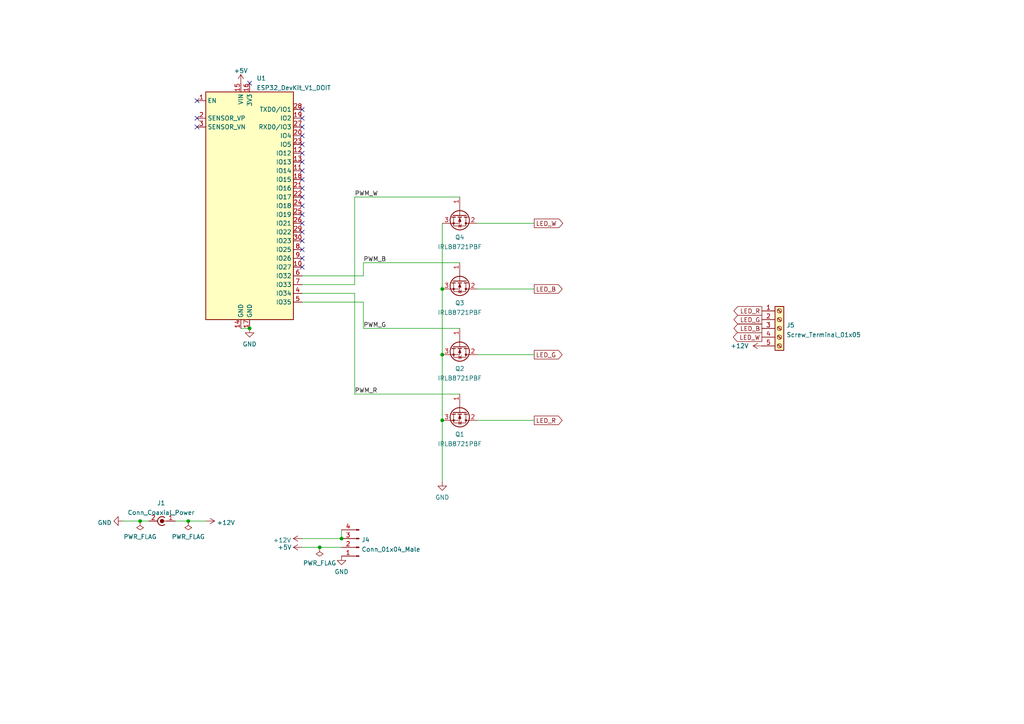
<source format=kicad_sch>
(kicad_sch (version 20211123) (generator eeschema)
  (paper "A4")
  (lib_symbols
    (symbol "Connector:Conn_01x04_Male" (pin_names (offset 1.016) hide)
      (property "Reference" "J" (at 0 5.08 0))
      (property "Value" "Conn_01x04_Male" (at 0 -7.62 0))
      (symbol "Conn_01x04_Male_1_1"
        (polyline (pts (xy 1.27 -5.08) (xy 0.8636 -5.08)) (stroke (width 0.1524)))
        (polyline (pts (xy 1.27 -2.54) (xy 0.8636 -2.54)) (stroke (width 0.1524)))
        (polyline (pts (xy 1.27 0) (xy 0.8636 0)) (stroke (width 0.1524)))
        (polyline (pts (xy 1.27 2.54) (xy 0.8636 2.54)) (stroke (width 0.1524)))
        (rectangle (start 0.8636 -4.953) (end 0 -5.207) (stroke (width 0.1524)) (fill (type outline)))
        (rectangle (start 0.8636 -2.413) (end 0 -2.667) (stroke (width 0.1524)) (fill (type outline)))
        (rectangle (start 0.8636 0.127) (end 0 -0.127) (stroke (width 0.1524)) (fill (type outline)))
        (rectangle (start 0.8636 2.667) (end 0 2.413) (stroke (width 0.1524)) (fill (type outline)))
        (pin passive line (at 5.08 2.54 180) (length 3.81) (name "Pin_1") (number "1"))
        (pin passive line (at 5.08 0 180) (length 3.81) (name "Pin_2") (number "2"))
        (pin passive line (at 5.08 -2.54 180) (length 3.81) (name "Pin_3") (number "3"))
        (pin passive line (at 5.08 -5.08 180) (length 3.81) (name "Pin_4") (number "4"))
      )
    )
    (symbol "Connector:Conn_Coaxial_Power" (pin_names (offset 1.016) hide)
      (property "Reference" "J" (at -5.08 -1.27 90))
      (property "Value" "Conn_Coaxial_Power" (at -3.175 -1.27 90))
      (symbol "Conn_Coaxial_Power_0_1"
        (arc (start -1.27 -1.27) (mid 0 -2.54) (end 1.27 -1.27) (stroke (width 0.254)))
        (arc (start -1.016 -0.508) (mid -1.2048 -0.8684) (end -1.27 -1.27) (stroke (width 0.254)))
        (circle (center 0 -1.27) (radius 0.508) (stroke (width 0.2032)) (fill (type outline)))
        (polyline (pts (xy 0 -2.54) (xy 0 -3.048)))
        (polyline (pts (xy 0 0) (xy 0 -1.27)))
        (arc (start 1.27 -1.27) (mid 1.2048 -0.8684) (end 1.016 -0.508) (stroke (width 0.254)))
      )
      (symbol "Conn_Coaxial_Power_1_1"
        (pin passive line (at 0 2.54 270) (length 2.54) (name "In") (number "1"))
        (pin passive line (at 0 -5.08 90) (length 2.54) (name "Ext") (number "2"))
      )
    )
    (symbol "Connector:Screw_Terminal_01x05" (pin_names (offset 1.016) hide)
      (property "Reference" "J" (at 0 7.62 0))
      (property "Value" "Screw_Terminal_01x05" (at 0 -7.62 0))
      (symbol "Screw_Terminal_01x05_1_1"
        (rectangle (start -1.27 6.35) (end 1.27 -6.35) (stroke (width 0.254)) (fill (type background)))
        (circle (center 0 -5.08) (radius 0.635) (stroke (width 0.1524)))
        (circle (center 0 -2.54) (radius 0.635) (stroke (width 0.1524)))
        (polyline (pts (xy -0.5334 -4.7498) (xy 0.3302 -5.588)) (stroke (width 0.1524)))
        (polyline (pts (xy -0.5334 -2.2098) (xy 0.3302 -3.048)) (stroke (width 0.1524)))
        (polyline (pts (xy -0.5334 0.3302) (xy 0.3302 -0.508)) (stroke (width 0.1524)))
        (polyline (pts (xy -0.5334 2.8702) (xy 0.3302 2.032)) (stroke (width 0.1524)))
        (polyline (pts (xy -0.5334 5.4102) (xy 0.3302 4.572)) (stroke (width 0.1524)))
        (polyline (pts (xy -0.3556 -4.572) (xy 0.508 -5.4102)) (stroke (width 0.1524)))
        (polyline (pts (xy -0.3556 -2.032) (xy 0.508 -2.8702)) (stroke (width 0.1524)))
        (polyline (pts (xy -0.3556 0.508) (xy 0.508 -0.3302)) (stroke (width 0.1524)))
        (polyline (pts (xy -0.3556 3.048) (xy 0.508 2.2098)) (stroke (width 0.1524)))
        (polyline (pts (xy -0.3556 5.588) (xy 0.508 4.7498)) (stroke (width 0.1524)))
        (circle (center 0 0) (radius 0.635) (stroke (width 0.1524)))
        (circle (center 0 2.54) (radius 0.635) (stroke (width 0.1524)))
        (circle (center 0 5.08) (radius 0.635) (stroke (width 0.1524)))
        (pin passive line (at -5.08 5.08 0) (length 3.81) (name "Pin_1") (number "1"))
        (pin passive line (at -5.08 2.54 0) (length 3.81) (name "Pin_2") (number "2"))
        (pin passive line (at -5.08 0 0) (length 3.81) (name "Pin_3") (number "3"))
        (pin passive line (at -5.08 -2.54 0) (length 3.81) (name "Pin_4") (number "4"))
        (pin passive line (at -5.08 -5.08 0) (length 3.81) (name "Pin_5") (number "5"))
      )
    )
    (symbol "ESP32_DevKit_V1_DOIT:ESP32_DevKit_V1_DOIT"
      (property "Reference" "U" (at -11.43 34.29 0))
      (property "Value" "ESP32_DevKit_V1_DOIT" (at 11.43 34.29 0))
      (symbol "ESP32_DevKit_V1_DOIT_1_1"
        (rectangle (start -12.7 33.02) (end 12.7 -33.02) (stroke (width 0.254)) (fill (type background)))
        (pin input line (at -15.24 30.48 0) (length 2.54) (name "EN") (number "1"))
        (pin bidirectional line (at 15.24 -17.78 180) (length 2.54) (name "IO27") (number "10"))
        (pin bidirectional line (at 15.24 10.16 180) (length 2.54) (name "IO14") (number "11"))
        (pin bidirectional line (at 15.24 15.24 180) (length 2.54) (name "IO12") (number "12"))
        (pin bidirectional line (at 15.24 12.7 180) (length 2.54) (name "IO13") (number "13"))
        (pin power_in line (at -2.54 -35.56 90) (length 2.54) (name "GND") (number "14"))
        (pin power_in line (at -2.54 35.56 270) (length 2.54) (name "VIN") (number "15"))
        (pin power_in line (at 0 35.56 270) (length 2.54) (name "3V3") (number "16"))
        (pin power_in line (at 0 -35.56 90) (length 2.54) (name "GND") (number "17"))
        (pin bidirectional line (at 15.24 7.62 180) (length 2.54) (name "IO15") (number "18"))
        (pin bidirectional line (at 15.24 25.4 180) (length 2.54) (name "IO2") (number "19"))
        (pin input line (at -15.24 25.4 0) (length 2.54) (name "SENSOR_VP") (number "2"))
        (pin bidirectional line (at 15.24 20.32 180) (length 2.54) (name "IO4") (number "20"))
        (pin bidirectional line (at 15.24 5.08 180) (length 2.54) (name "IO16") (number "21"))
        (pin bidirectional line (at 15.24 2.54 180) (length 2.54) (name "IO17") (number "22"))
        (pin bidirectional line (at 15.24 17.78 180) (length 2.54) (name "IO5") (number "23"))
        (pin bidirectional line (at 15.24 0 180) (length 2.54) (name "IO18") (number "24"))
        (pin bidirectional line (at 15.24 -2.54 180) (length 2.54) (name "IO19") (number "25"))
        (pin bidirectional line (at 15.24 -5.08 180) (length 2.54) (name "IO21") (number "26"))
        (pin bidirectional line (at 15.24 22.86 180) (length 2.54) (name "RXD0/IO3") (number "27"))
        (pin bidirectional line (at 15.24 27.94 180) (length 2.54) (name "TXD0/IO1") (number "28"))
        (pin bidirectional line (at 15.24 -7.62 180) (length 2.54) (name "IO22") (number "29"))
        (pin input line (at -15.24 22.86 0) (length 2.54) (name "SENSOR_VN") (number "3"))
        (pin bidirectional line (at 15.24 -10.16 180) (length 2.54) (name "IO23") (number "30"))
        (pin bidirectional line (at 15.24 -25.4 180) (length 2.54) (name "IO34") (number "4"))
        (pin bidirectional line (at 15.24 -27.94 180) (length 2.54) (name "IO35") (number "5"))
        (pin bidirectional line (at 15.24 -20.32 180) (length 2.54) (name "IO32") (number "6"))
        (pin bidirectional line (at 15.24 -22.86 180) (length 2.54) (name "IO33") (number "7"))
        (pin bidirectional line (at 15.24 -12.7 180) (length 2.54) (name "IO25") (number "8"))
        (pin bidirectional line (at 15.24 -15.24 180) (length 2.54) (name "IO26") (number "9"))
      )
    )
    (symbol "Transistor_FET:IRLB8721PBF" (pin_names hide)
      (property "Reference" "Q" (at 6.35 1.905 0))
      (property "Value" "IRLB8721PBF" (at 6.35 0 0))
      (symbol "IRLB8721PBF_0_1"
        (polyline (pts (xy 0.254 0) (xy -2.54 0)))
        (polyline (pts (xy 0.254 1.905) (xy 0.254 -1.905)) (stroke (width 0.254)))
        (polyline (pts (xy 0.762 -1.27) (xy 0.762 -2.286)) (stroke (width 0.254)))
        (polyline (pts (xy 0.762 0.508) (xy 0.762 -0.508)) (stroke (width 0.254)))
        (polyline (pts (xy 0.762 2.286) (xy 0.762 1.27)) (stroke (width 0.254)))
        (polyline (pts (xy 2.54 2.54) (xy 2.54 1.778)))
        (polyline (pts (xy 2.54 -2.54) (xy 2.54 0) (xy 0.762 0)))
        (polyline (pts (xy 0.762 -1.778) (xy 3.302 -1.778) (xy 3.302 1.778) (xy 0.762 1.778)))
        (polyline (pts (xy 1.016 0) (xy 2.032 0.381) (xy 2.032 -0.381) (xy 1.016 0)) (fill (type outline)))
        (polyline (pts (xy 2.794 0.508) (xy 2.921 0.381) (xy 3.683 0.381) (xy 3.81 0.254)))
        (polyline (pts (xy 3.302 0.381) (xy 2.921 -0.254) (xy 3.683 -0.254) (xy 3.302 0.381)))
        (circle (center 1.651 0) (radius 2.794) (stroke (width 0.254)))
        (circle (center 2.54 -1.778) (radius 0.254) (fill (type outline)))
        (circle (center 2.54 1.778) (radius 0.254) (fill (type outline)))
      )
      (symbol "IRLB8721PBF_1_1"
        (pin input line (at -5.08 0 0) (length 2.54) (name "G") (number "1"))
        (pin passive line (at 2.54 5.08 270) (length 2.54) (name "D") (number "2"))
        (pin passive line (at 2.54 -5.08 90) (length 2.54) (name "S") (number "3"))
      )
    )
    (symbol "power:+12V" (power) (pin_names (offset 0))
      (property "Value" "+12V" (at 0 3.556 0))
      (symbol "+12V_0_1"
        (polyline (pts (xy -0.762 1.27) (xy 0 2.54)))
        (polyline (pts (xy 0 0) (xy 0 2.54)))
        (polyline (pts (xy 0 2.54) (xy 0.762 1.27)))
      )
      (symbol "+12V_1_1"
        (pin power_in line (at 0 0 90) (length 0) hide (name "+12V") (number "1"))
      )
    )
    (symbol "power:+5V" (power) (pin_names (offset 0))
      (property "Value" "+5V" (at 0 3.556 0))
      (symbol "+5V_0_1"
        (polyline (pts (xy -0.762 1.27) (xy 0 2.54)))
        (polyline (pts (xy 0 0) (xy 0 2.54)))
        (polyline (pts (xy 0 2.54) (xy 0.762 1.27)))
      )
      (symbol "+5V_1_1"
        (pin power_in line (at 0 0 90) (length 0) hide (name "+5V") (number "1"))
      )
    )
    (symbol "power:GND" (power) (pin_names (offset 0))
      (property "Value" "GND" (at 0 -3.81 0))
      (symbol "GND_0_1"
        (polyline (pts (xy 0 0) (xy 0 -1.27) (xy 1.27 -1.27) (xy 0 -2.54) (xy -1.27 -1.27) (xy 0 -1.27)))
      )
      (symbol "GND_1_1"
        (pin power_in line (at 0 0 270) (length 0) hide (name "GND") (number "1"))
      )
    )
    (symbol "power:PWR_FLAG" (power) (pin_numbers hide) (pin_names (offset 0) hide)
      (property "Value" "PWR_FLAG" (at 0 3.81 0))
      (symbol "PWR_FLAG_0_0"
        (pin power_out line (at 0 0 90) (length 0) (name "pwr") (number "1"))
      )
      (symbol "PWR_FLAG_0_1"
        (polyline (pts (xy 0 0) (xy 0 1.27) (xy -1.016 1.905) (xy 0 2.54) (xy 1.016 1.905) (xy 0 1.27)))
      )
    )
  )
  (junction (at 40.64 151.13))
  (junction (at 54.61 151.13))
  (junction (at 128.27 102.87))
  (junction (at 72.39 95.25))
  (junction (at 128.27 121.92))
  (junction (at 92.71 158.75))
  (junction (at 128.27 83.82))
  (junction (at 99.06 156.21))
  (no_connect (at 87.63 59.69))
  (no_connect (at 87.63 57.15))
  (no_connect (at 87.63 39.37))
  (no_connect (at 87.63 46.99))
  (no_connect (at 72.39 24.13))
  (no_connect (at 87.63 49.53))
  (no_connect (at 57.15 29.21))
  (no_connect (at 57.15 36.83))
  (no_connect (at 57.15 34.29))
  (no_connect (at 87.63 31.75))
  (no_connect (at 87.63 44.45))
  (no_connect (at 87.63 34.29))
  (no_connect (at 87.63 36.83))
  (no_connect (at 87.63 52.07))
  (no_connect (at 87.63 41.91))
  (no_connect (at 87.63 74.93))
  (no_connect (at 87.63 72.39))
  (no_connect (at 87.63 69.85))
  (no_connect (at 87.63 67.31))
  (no_connect (at 87.63 64.77))
  (no_connect (at 87.63 62.23))
  (no_connect (at 87.63 77.47))
  (no_connect (at 87.63 54.61))
  (wire (pts (xy 99.06 153.67) (xy 99.06 156.21)))
  (wire (pts (xy 102.87 85.09) (xy 87.63 85.09)))
  (wire (pts (xy 128.27 64.77) (xy 128.27 83.82)))
  (wire (pts (xy 138.43 102.87) (xy 154.94 102.87)))
  (wire (pts (xy 138.43 64.77) (xy 154.94 64.77)))
  (wire (pts (xy 128.27 102.87) (xy 128.27 121.92)))
  (wire (pts (xy 102.87 114.3) (xy 102.87 85.09)))
  (wire (pts (xy 92.71 158.75) (xy 99.06 158.75)))
  (wire (pts (xy 35.56 151.13) (xy 40.64 151.13)))
  (wire (pts (xy 128.27 121.92) (xy 128.27 139.7)))
  (wire (pts (xy 87.63 80.01) (xy 105.41 80.01)))
  (wire (pts (xy 87.63 158.75) (xy 92.71 158.75)))
  (wire (pts (xy 87.63 156.21) (xy 99.06 156.21)))
  (wire (pts (xy 87.63 87.63) (xy 105.41 87.63)))
  (wire (pts (xy 40.64 151.13) (xy 43.18 151.13)))
  (wire (pts (xy 128.27 83.82) (xy 128.27 102.87)))
  (wire (pts (xy 133.35 95.25) (xy 105.41 95.25)))
  (wire (pts (xy 102.87 57.15) (xy 102.87 82.55)))
  (wire (pts (xy 138.43 83.82) (xy 154.94 83.82)))
  (wire (pts (xy 133.35 57.15) (xy 102.87 57.15)))
  (wire (pts (xy 133.35 76.2) (xy 105.41 76.2)))
  (wire (pts (xy 105.41 76.2) (xy 105.41 80.01)))
  (wire (pts (xy 138.43 121.92) (xy 154.94 121.92)))
  (wire (pts (xy 102.87 82.55) (xy 87.63 82.55)))
  (wire (pts (xy 105.41 95.25) (xy 105.41 87.63)))
  (wire (pts (xy 54.61 151.13) (xy 50.8 151.13)))
  (wire (pts (xy 59.69 151.13) (xy 54.61 151.13)))
  (wire (pts (xy 133.35 114.3) (xy 102.87 114.3)))
  (wire (pts (xy 69.85 95.25) (xy 72.39 95.25)))
  (label "PWM_R" (at 102.87 114.3 0))
  (label "PWM_G" (at 105.41 95.25 0))
  (label "PWM_B" (at 105.41 76.2 0))
  (label "PWM_W" (at 102.87 57.15 0))
  (global_label "LED_G" (shape output) (at 220.98 92.71 180) (property "Intersheet References" "${INTERSHEET_REFS}" (effects hide)))
  (global_label "LED_W" (shape output) (at 220.98 97.79 180) (property "Intersheet References" "${INTERSHEET_REFS}" (effects hide)))
  (global_label "LED_G" (shape output) (at 154.94 102.87 0) (property "Intersheet References" "${INTERSHEET_REFS}" (effects hide)))
  (global_label "LED_R" (shape output) (at 220.98 90.17 180) (property "Intersheet References" "${INTERSHEET_REFS}" (effects hide)))
  (global_label "LED_W" (shape output) (at 154.94 64.77 0) (property "Intersheet References" "${INTERSHEET_REFS}" (effects hide)))
  (global_label "LED_B" (shape output) (at 154.94 83.82 0) (property "Intersheet References" "${INTERSHEET_REFS}" (effects hide)))
  (global_label "LED_B" (shape output) (at 220.98 95.25 180) (property "Intersheet References" "${INTERSHEET_REFS}" (effects hide)))
  (global_label "LED_R" (shape output) (at 154.94 121.92 0) (property "Intersheet References" "${INTERSHEET_REFS}" (effects hide)))
  (symbol (lib_id "power:+12V") (at 220.98 100.33 90) (unit 1)
    (property "Reference" "#PWR0101" (effects hide))
    (property "Value" "+12V" (at 217.17 100.33 90) (effects (justify left)))
  )
  (symbol (lib_id "Connector:Conn_Coaxial_Power") (at 48.26 151.13 270) (unit 1)
    (property "Reference" "J1" (at 46.736 145.8935 90))
    (property "Value" "Conn_Coaxial_Power" (at 46.736 148.6686 90))
    (property "Footprint" "Connector_BarrelJack:BarrelJack_Horizontal" (effects hide))
  )
  (symbol (lib_id "power:+12V") (at 59.69 151.13 270) (unit 1)
    (property "Reference" "#PWR0108" (effects hide))
    (property "Value" "+12V" (at 62.865 151.609 90) (effects (justify left)))
  )
  (symbol (lib_id "power:PWR_FLAG") (at 40.64 151.13 180) (unit 1)
    (property "Reference" "#FLG0103" (effects hide))
    (property "Value" "PWR_FLAG" (at 40.64 155.6925 0))
  )
  (symbol (lib_id "Transistor_FET:IRLB8721PBF") (at 133.35 81.28 270) (unit 1)
    (property "Reference" "Q3" (at 133.35 87.8745 90))
    (property "Value" "IRLB8721PBF" (at 133.35 90.6496 90))
    (property "Footprint" "Package_TO_SOT_THT:TO-220-3_Vertical" (effects hide))
    (property "Datasheet" "http://www.infineon.com/dgdl/irlb8721pbf.pdf?fileId=5546d462533600a40153566056732591" (effects hide))
  )
  (symbol (lib_id "Transistor_FET:IRLB8721PBF") (at 133.35 119.38 270) (unit 1)
    (property "Reference" "Q1" (at 133.35 125.9745 90))
    (property "Value" "IRLB8721PBF" (at 133.35 128.7496 90))
    (property "Footprint" "Package_TO_SOT_THT:TO-220-3_Vertical" (effects hide))
    (property "Datasheet" "http://www.infineon.com/dgdl/irlb8721pbf.pdf?fileId=5546d462533600a40153566056732591" (effects hide))
  )
  (symbol (lib_id "Connector:Conn_01x04_Male") (at 104.14 158.75 180) (unit 1)
    (property "Reference" "J4" (at 104.8512 156.5715 0) (effects (justify right)))
    (property "Value" "Conn_01x04_Male" (at 104.8512 159.3466 0) (effects (justify right)))
    (property "Footprint" "Connector_PinHeader_2.54mm:PinHeader_1x04_P2.54mm_Vertical" (effects hide))
  )
  (symbol (lib_id "Transistor_FET:IRLB8721PBF") (at 133.35 62.23 270) (unit 1)
    (property "Reference" "Q4" (at 133.35 68.8245 90))
    (property "Value" "IRLB8721PBF" (at 133.35 71.5996 90))
    (property "Footprint" "Package_TO_SOT_THT:TO-220-3_Vertical" (effects hide))
    (property "Datasheet" "http://www.infineon.com/dgdl/irlb8721pbf.pdf?fileId=5546d462533600a40153566056732591" (effects hide))
  )
  (symbol (lib_id "Connector:Screw_Terminal_01x05") (at 226.06 95.25 0) (unit 1)
    (property "Reference" "J5" (at 228.092 94.3415 0) (effects (justify left)))
    (property "Value" "Screw_Terminal_01x05" (at 228.092 97.1166 0) (effects (justify left)))
    (property "Footprint" "Connector_Phoenix_MSTB:PhoenixContact_MSTBA_2,5_5-G_1x05_P5.00mm_Horizontal" (effects hide))
  )
  (symbol (lib_id "power:GND") (at 72.39 95.25 0) (mirror y) (unit 1)
    (property "Reference" "#PWR0102" (effects hide))
    (property "Value" "GND" (at 72.39 99.8125 0))
  )
  (symbol (lib_id "power:GND") (at 99.06 161.29 0) (unit 1)
    (property "Reference" "#PWR0104" (effects hide))
    (property "Value" "GND" (at 99.06 165.8525 0))
  )
  (symbol (lib_id "ESP32_DevKit_V1_DOIT:ESP32_DevKit_V1_DOIT") (at 72.39 59.69 0) (unit 1)
    (property "Reference" "U1" (at 74.4094 22.7035 0) (effects (justify left)))
    (property "Value" "ESP32_DevKit_V1_DOIT" (at 74.4094 25.4786 0) (effects (justify left)))
    (property "Footprint" "ESP32_DevKit_V1_DOIT:esp32_devkit_v1_doit" (effects hide))
  )
  (symbol (lib_id "power:GND") (at 128.27 139.7 0) (unit 1)
    (property "Reference" "#PWR0103" (effects hide))
    (property "Value" "GND" (at 128.27 144.2625 0))
  )
  (symbol (lib_id "power:PWR_FLAG") (at 54.61 151.13 180) (unit 1)
    (property "Reference" "#FLG0102" (effects hide))
    (property "Value" "PWR_FLAG" (at 54.61 155.6925 0))
  )
  (symbol (lib_id "power:+5V") (at 69.85 24.13 0) (mirror y) (unit 1)
    (property "Reference" "#PWR0107" (effects hide))
    (property "Value" "+5V" (at 69.85 20.5255 0))
  )
  (symbol (lib_id "power:+12V") (at 87.63 156.21 90) (unit 1)
    (property "Reference" "#PWR0105" (effects hide))
    (property "Value" "+12V" (at 84.455 156.689 90) (effects (justify left)))
  )
  (symbol (lib_id "power:PWR_FLAG") (at 92.71 158.75 180) (unit 1)
    (property "Reference" "#FLG0101" (effects hide))
    (property "Value" "PWR_FLAG" (at 92.71 163.3125 0))
  )
  (symbol (lib_id "Transistor_FET:IRLB8721PBF") (at 133.35 100.33 270) (unit 1)
    (property "Reference" "Q2" (at 133.35 106.9245 90))
    (property "Value" "IRLB8721PBF" (at 133.35 109.6996 90))
    (property "Footprint" "Package_TO_SOT_THT:TO-220-3_Vertical" (effects hide))
    (property "Datasheet" "http://www.infineon.com/dgdl/irlb8721pbf.pdf?fileId=5546d462533600a40153566056732591" (effects hide))
  )
  (symbol (lib_id "power:GND") (at 35.56 151.13 270) (unit 1)
    (property "Reference" "#PWR0109" (effects hide))
    (property "Value" "GND" (at 32.3851 151.609 90) (effects (justify right)))
  )
  (symbol (lib_id "power:+5V") (at 87.63 158.75 90) (unit 1)
    (property "Reference" "#PWR0106" (effects hide))
    (property "Value" "+5V" (at 82.55 158.75 90))
  )
)
</source>
